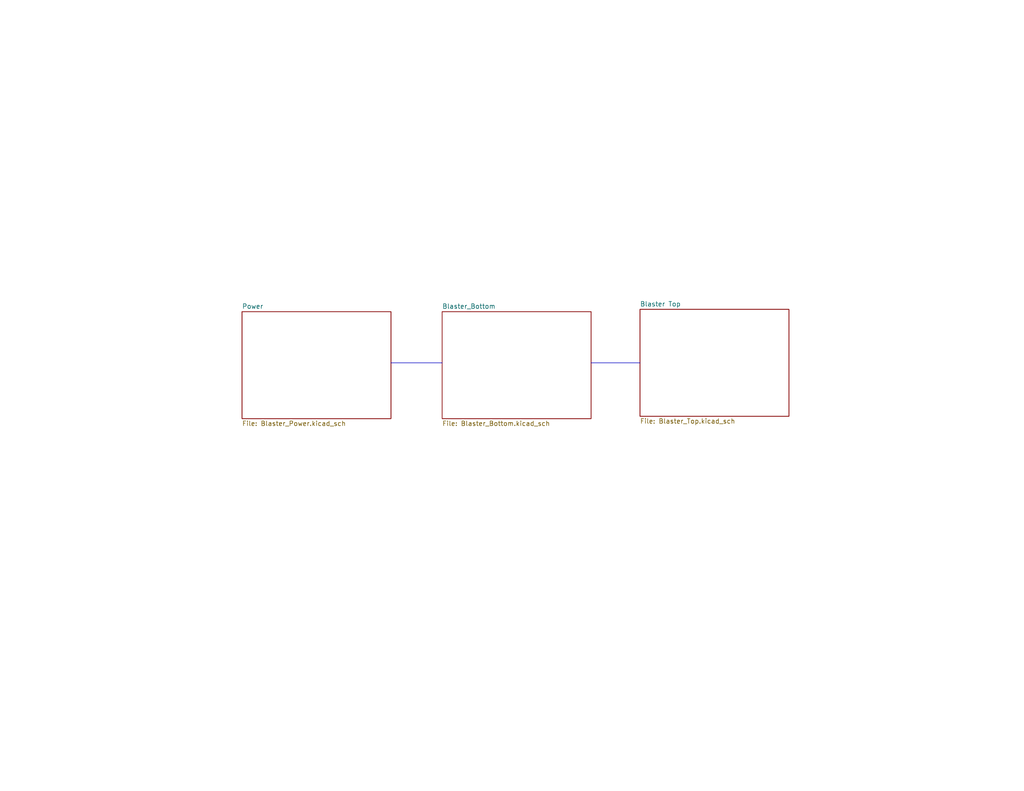
<source format=kicad_sch>
(kicad_sch
	(version 20231120)
	(generator "eeschema")
	(generator_version "8.0")
	(uuid "152b0fc1-fa29-4f64-bd5c-6a59f63b05cf")
	(paper "A")
	(title_block
		(title "Laser Arcade Blaster")
		(date "2025-04-18")
		(rev "A")
		(company "Idaho State University")
	)
	(lib_symbols)
	(rectangle
		(start 161.29 99.06)
		(end 174.625 99.06)
		(stroke
			(width 0)
			(type default)
		)
		(fill
			(type none)
		)
		(uuid 23e4144a-983a-4c2e-90f1-ed88b21f8109)
	)
	(rectangle
		(start 106.68 99.06)
		(end 120.65 99.06)
		(stroke
			(width 0)
			(type default)
		)
		(fill
			(type none)
		)
		(uuid af527c1e-7499-4ad8-a568-060efd832b84)
	)
	(sheet
		(at 120.65 85.09)
		(size 40.64 29.21)
		(fields_autoplaced yes)
		(stroke
			(width 0.1524)
			(type solid)
		)
		(fill
			(color 0 0 0 0.0000)
		)
		(uuid "0b035578-8811-407f-9c52-5736444552f1")
		(property "Sheetname" "Blaster_Bottom"
			(at 120.65 84.3784 0)
			(effects
				(font
					(size 1.27 1.27)
				)
				(justify left bottom)
			)
		)
		(property "Sheetfile" "Blaster_Bottom.kicad_sch"
			(at 120.65 114.8846 0)
			(effects
				(font
					(size 1.27 1.27)
				)
				(justify left top)
			)
		)
		(instances
			(project "Project"
				(path "/152b0fc1-fa29-4f64-bd5c-6a59f63b05cf"
					(page "3")
				)
			)
		)
	)
	(sheet
		(at 66.04 85.09)
		(size 40.64 29.21)
		(fields_autoplaced yes)
		(stroke
			(width 0.1524)
			(type solid)
		)
		(fill
			(color 0 0 0 0.0000)
		)
		(uuid "38ebd531-af64-4884-b365-257c0c7ff7c3")
		(property "Sheetname" "Power"
			(at 66.04 84.3784 0)
			(effects
				(font
					(size 1.27 1.27)
				)
				(justify left bottom)
			)
		)
		(property "Sheetfile" "Blaster_Power.kicad_sch"
			(at 66.04 114.8846 0)
			(effects
				(font
					(size 1.27 1.27)
				)
				(justify left top)
			)
		)
		(instances
			(project "Project"
				(path "/152b0fc1-fa29-4f64-bd5c-6a59f63b05cf"
					(page "2")
				)
			)
		)
	)
	(sheet
		(at 174.625 84.455)
		(size 40.64 29.21)
		(fields_autoplaced yes)
		(stroke
			(width 0.1524)
			(type solid)
		)
		(fill
			(color 0 0 0 0.0000)
		)
		(uuid "8de4a48b-32ba-4a48-af33-2fd68ed0db63")
		(property "Sheetname" "Blaster Top"
			(at 174.625 83.7434 0)
			(effects
				(font
					(size 1.27 1.27)
				)
				(justify left bottom)
			)
		)
		(property "Sheetfile" "Blaster_Top.kicad_sch"
			(at 174.625 114.2496 0)
			(effects
				(font
					(size 1.27 1.27)
				)
				(justify left top)
			)
		)
		(instances
			(project "Project"
				(path "/152b0fc1-fa29-4f64-bd5c-6a59f63b05cf"
					(page "4")
				)
			)
		)
	)
	(sheet_instances
		(path "/"
			(page "1")
		)
	)
)

</source>
